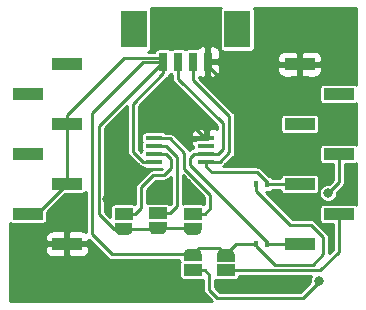
<source format=gbr>
G04 #@! TF.GenerationSoftware,KiCad,Pcbnew,(5.1.2)-2*
G04 #@! TF.CreationDate,2021-11-10T11:28:23-03:00*
G04 #@! TF.ProjectId,MAG_Plus,4d41475f-506c-4757-932e-6b696361645f,rev?*
G04 #@! TF.SameCoordinates,Original*
G04 #@! TF.FileFunction,Copper,L1,Top*
G04 #@! TF.FilePolarity,Positive*
%FSLAX46Y46*%
G04 Gerber Fmt 4.6, Leading zero omitted, Abs format (unit mm)*
G04 Created by KiCad (PCBNEW (5.1.2)-2) date 2021-11-10 11:28:23*
%MOMM*%
%LPD*%
G04 APERTURE LIST*
%ADD10R,2.510000X1.000000*%
%ADD11R,0.800000X1.500000*%
%ADD12R,2.200000X3.100000*%
%ADD13C,0.500000*%
%ADD14C,0.100000*%
%ADD15R,1.500000X1.000000*%
%ADD16R,0.400000X0.600000*%
%ADD17R,1.450000X0.450000*%
%ADD18C,0.800000*%
%ADD19C,0.250000*%
%ADD20C,0.254000*%
G04 APERTURE END LIST*
D10*
X172745000Y-172280000D03*
X172745000Y-177360000D03*
X172745000Y-182440000D03*
X172745000Y-187520000D03*
X176055000Y-174820000D03*
X176055000Y-179900000D03*
X176055000Y-184980000D03*
D11*
X164975000Y-172075000D03*
X163725000Y-172075000D03*
X162475000Y-172075000D03*
X161225000Y-172075000D03*
D12*
X167475000Y-169325000D03*
X158725000Y-169325000D03*
D10*
X149745000Y-174800000D03*
X149745000Y-179880000D03*
X149745000Y-184960000D03*
X153055000Y-172260000D03*
X153055000Y-177340000D03*
X153055000Y-182420000D03*
X153055000Y-187500000D03*
D13*
X163700000Y-188400000D03*
D14*
G36*
X162950000Y-188950000D02*
G01*
X162950000Y-188400000D01*
X162950602Y-188400000D01*
X162950602Y-188375466D01*
X162955412Y-188326635D01*
X162964984Y-188278510D01*
X162979228Y-188231555D01*
X162998005Y-188186222D01*
X163021136Y-188142949D01*
X163048396Y-188102150D01*
X163079524Y-188064221D01*
X163114221Y-188029524D01*
X163152150Y-187998396D01*
X163192949Y-187971136D01*
X163236222Y-187948005D01*
X163281555Y-187929228D01*
X163328510Y-187914984D01*
X163376635Y-187905412D01*
X163425466Y-187900602D01*
X163450000Y-187900602D01*
X163450000Y-187900000D01*
X163950000Y-187900000D01*
X163950000Y-187900602D01*
X163974534Y-187900602D01*
X164023365Y-187905412D01*
X164071490Y-187914984D01*
X164118445Y-187929228D01*
X164163778Y-187948005D01*
X164207051Y-187971136D01*
X164247850Y-187998396D01*
X164285779Y-188029524D01*
X164320476Y-188064221D01*
X164351604Y-188102150D01*
X164378864Y-188142949D01*
X164401995Y-188186222D01*
X164420772Y-188231555D01*
X164435016Y-188278510D01*
X164444588Y-188326635D01*
X164449398Y-188375466D01*
X164449398Y-188400000D01*
X164450000Y-188400000D01*
X164450000Y-188950000D01*
X162950000Y-188950000D01*
X162950000Y-188950000D01*
G37*
D13*
X163700000Y-191000000D03*
D14*
G36*
X164449398Y-191000000D02*
G01*
X164449398Y-191024534D01*
X164444588Y-191073365D01*
X164435016Y-191121490D01*
X164420772Y-191168445D01*
X164401995Y-191213778D01*
X164378864Y-191257051D01*
X164351604Y-191297850D01*
X164320476Y-191335779D01*
X164285779Y-191370476D01*
X164247850Y-191401604D01*
X164207051Y-191428864D01*
X164163778Y-191451995D01*
X164118445Y-191470772D01*
X164071490Y-191485016D01*
X164023365Y-191494588D01*
X163974534Y-191499398D01*
X163950000Y-191499398D01*
X163950000Y-191500000D01*
X163450000Y-191500000D01*
X163450000Y-191499398D01*
X163425466Y-191499398D01*
X163376635Y-191494588D01*
X163328510Y-191485016D01*
X163281555Y-191470772D01*
X163236222Y-191451995D01*
X163192949Y-191428864D01*
X163152150Y-191401604D01*
X163114221Y-191370476D01*
X163079524Y-191335779D01*
X163048396Y-191297850D01*
X163021136Y-191257051D01*
X162998005Y-191213778D01*
X162979228Y-191168445D01*
X162964984Y-191121490D01*
X162955412Y-191073365D01*
X162950602Y-191024534D01*
X162950602Y-191000000D01*
X162950000Y-191000000D01*
X162950000Y-190450000D01*
X164450000Y-190450000D01*
X164450000Y-191000000D01*
X164449398Y-191000000D01*
X164449398Y-191000000D01*
G37*
D15*
X163700000Y-189700000D03*
X166500000Y-189750000D03*
D13*
X166500000Y-191050000D03*
D14*
G36*
X167249398Y-191050000D02*
G01*
X167249398Y-191074534D01*
X167244588Y-191123365D01*
X167235016Y-191171490D01*
X167220772Y-191218445D01*
X167201995Y-191263778D01*
X167178864Y-191307051D01*
X167151604Y-191347850D01*
X167120476Y-191385779D01*
X167085779Y-191420476D01*
X167047850Y-191451604D01*
X167007051Y-191478864D01*
X166963778Y-191501995D01*
X166918445Y-191520772D01*
X166871490Y-191535016D01*
X166823365Y-191544588D01*
X166774534Y-191549398D01*
X166750000Y-191549398D01*
X166750000Y-191550000D01*
X166250000Y-191550000D01*
X166250000Y-191549398D01*
X166225466Y-191549398D01*
X166176635Y-191544588D01*
X166128510Y-191535016D01*
X166081555Y-191520772D01*
X166036222Y-191501995D01*
X165992949Y-191478864D01*
X165952150Y-191451604D01*
X165914221Y-191420476D01*
X165879524Y-191385779D01*
X165848396Y-191347850D01*
X165821136Y-191307051D01*
X165798005Y-191263778D01*
X165779228Y-191218445D01*
X165764984Y-191171490D01*
X165755412Y-191123365D01*
X165750602Y-191074534D01*
X165750602Y-191050000D01*
X165750000Y-191050000D01*
X165750000Y-190500000D01*
X167250000Y-190500000D01*
X167250000Y-191050000D01*
X167249398Y-191050000D01*
X167249398Y-191050000D01*
G37*
D13*
X166500000Y-188450000D03*
D14*
G36*
X165750000Y-189000000D02*
G01*
X165750000Y-188450000D01*
X165750602Y-188450000D01*
X165750602Y-188425466D01*
X165755412Y-188376635D01*
X165764984Y-188328510D01*
X165779228Y-188281555D01*
X165798005Y-188236222D01*
X165821136Y-188192949D01*
X165848396Y-188152150D01*
X165879524Y-188114221D01*
X165914221Y-188079524D01*
X165952150Y-188048396D01*
X165992949Y-188021136D01*
X166036222Y-187998005D01*
X166081555Y-187979228D01*
X166128510Y-187964984D01*
X166176635Y-187955412D01*
X166225466Y-187950602D01*
X166250000Y-187950602D01*
X166250000Y-187950000D01*
X166750000Y-187950000D01*
X166750000Y-187950602D01*
X166774534Y-187950602D01*
X166823365Y-187955412D01*
X166871490Y-187964984D01*
X166918445Y-187979228D01*
X166963778Y-187998005D01*
X167007051Y-188021136D01*
X167047850Y-188048396D01*
X167085779Y-188079524D01*
X167120476Y-188114221D01*
X167151604Y-188152150D01*
X167178864Y-188192949D01*
X167201995Y-188236222D01*
X167220772Y-188281555D01*
X167235016Y-188328510D01*
X167244588Y-188376635D01*
X167249398Y-188425466D01*
X167249398Y-188450000D01*
X167250000Y-188450000D01*
X167250000Y-189000000D01*
X165750000Y-189000000D01*
X165750000Y-189000000D01*
G37*
D16*
X169950000Y-187530000D03*
X169050000Y-187530000D03*
X169050000Y-182440000D03*
X169950000Y-182440000D03*
D13*
X157850000Y-186250000D03*
D14*
G36*
X158600000Y-185700000D02*
G01*
X158600000Y-186250000D01*
X158599398Y-186250000D01*
X158599398Y-186274534D01*
X158594588Y-186323365D01*
X158585016Y-186371490D01*
X158570772Y-186418445D01*
X158551995Y-186463778D01*
X158528864Y-186507051D01*
X158501604Y-186547850D01*
X158470476Y-186585779D01*
X158435779Y-186620476D01*
X158397850Y-186651604D01*
X158357051Y-186678864D01*
X158313778Y-186701995D01*
X158268445Y-186720772D01*
X158221490Y-186735016D01*
X158173365Y-186744588D01*
X158124534Y-186749398D01*
X158100000Y-186749398D01*
X158100000Y-186750000D01*
X157600000Y-186750000D01*
X157600000Y-186749398D01*
X157575466Y-186749398D01*
X157526635Y-186744588D01*
X157478510Y-186735016D01*
X157431555Y-186720772D01*
X157386222Y-186701995D01*
X157342949Y-186678864D01*
X157302150Y-186651604D01*
X157264221Y-186620476D01*
X157229524Y-186585779D01*
X157198396Y-186547850D01*
X157171136Y-186507051D01*
X157148005Y-186463778D01*
X157129228Y-186418445D01*
X157114984Y-186371490D01*
X157105412Y-186323365D01*
X157100602Y-186274534D01*
X157100602Y-186250000D01*
X157100000Y-186250000D01*
X157100000Y-185700000D01*
X158600000Y-185700000D01*
X158600000Y-185700000D01*
G37*
D13*
X157850000Y-183650000D03*
D14*
G36*
X157100602Y-183650000D02*
G01*
X157100602Y-183625466D01*
X157105412Y-183576635D01*
X157114984Y-183528510D01*
X157129228Y-183481555D01*
X157148005Y-183436222D01*
X157171136Y-183392949D01*
X157198396Y-183352150D01*
X157229524Y-183314221D01*
X157264221Y-183279524D01*
X157302150Y-183248396D01*
X157342949Y-183221136D01*
X157386222Y-183198005D01*
X157431555Y-183179228D01*
X157478510Y-183164984D01*
X157526635Y-183155412D01*
X157575466Y-183150602D01*
X157600000Y-183150602D01*
X157600000Y-183150000D01*
X158100000Y-183150000D01*
X158100000Y-183150602D01*
X158124534Y-183150602D01*
X158173365Y-183155412D01*
X158221490Y-183164984D01*
X158268445Y-183179228D01*
X158313778Y-183198005D01*
X158357051Y-183221136D01*
X158397850Y-183248396D01*
X158435779Y-183279524D01*
X158470476Y-183314221D01*
X158501604Y-183352150D01*
X158528864Y-183392949D01*
X158551995Y-183436222D01*
X158570772Y-183481555D01*
X158585016Y-183528510D01*
X158594588Y-183576635D01*
X158599398Y-183625466D01*
X158599398Y-183650000D01*
X158600000Y-183650000D01*
X158600000Y-184200000D01*
X157100000Y-184200000D01*
X157100000Y-183650000D01*
X157100602Y-183650000D01*
X157100602Y-183650000D01*
G37*
D15*
X157850000Y-184950000D03*
X163700000Y-184950000D03*
D13*
X163700000Y-183650000D03*
D14*
G36*
X162950602Y-183650000D02*
G01*
X162950602Y-183625466D01*
X162955412Y-183576635D01*
X162964984Y-183528510D01*
X162979228Y-183481555D01*
X162998005Y-183436222D01*
X163021136Y-183392949D01*
X163048396Y-183352150D01*
X163079524Y-183314221D01*
X163114221Y-183279524D01*
X163152150Y-183248396D01*
X163192949Y-183221136D01*
X163236222Y-183198005D01*
X163281555Y-183179228D01*
X163328510Y-183164984D01*
X163376635Y-183155412D01*
X163425466Y-183150602D01*
X163450000Y-183150602D01*
X163450000Y-183150000D01*
X163950000Y-183150000D01*
X163950000Y-183150602D01*
X163974534Y-183150602D01*
X164023365Y-183155412D01*
X164071490Y-183164984D01*
X164118445Y-183179228D01*
X164163778Y-183198005D01*
X164207051Y-183221136D01*
X164247850Y-183248396D01*
X164285779Y-183279524D01*
X164320476Y-183314221D01*
X164351604Y-183352150D01*
X164378864Y-183392949D01*
X164401995Y-183436222D01*
X164420772Y-183481555D01*
X164435016Y-183528510D01*
X164444588Y-183576635D01*
X164449398Y-183625466D01*
X164449398Y-183650000D01*
X164450000Y-183650000D01*
X164450000Y-184200000D01*
X162950000Y-184200000D01*
X162950000Y-183650000D01*
X162950602Y-183650000D01*
X162950602Y-183650000D01*
G37*
D13*
X163700000Y-186250000D03*
D14*
G36*
X164450000Y-185700000D02*
G01*
X164450000Y-186250000D01*
X164449398Y-186250000D01*
X164449398Y-186274534D01*
X164444588Y-186323365D01*
X164435016Y-186371490D01*
X164420772Y-186418445D01*
X164401995Y-186463778D01*
X164378864Y-186507051D01*
X164351604Y-186547850D01*
X164320476Y-186585779D01*
X164285779Y-186620476D01*
X164247850Y-186651604D01*
X164207051Y-186678864D01*
X164163778Y-186701995D01*
X164118445Y-186720772D01*
X164071490Y-186735016D01*
X164023365Y-186744588D01*
X163974534Y-186749398D01*
X163950000Y-186749398D01*
X163950000Y-186750000D01*
X163450000Y-186750000D01*
X163450000Y-186749398D01*
X163425466Y-186749398D01*
X163376635Y-186744588D01*
X163328510Y-186735016D01*
X163281555Y-186720772D01*
X163236222Y-186701995D01*
X163192949Y-186678864D01*
X163152150Y-186651604D01*
X163114221Y-186620476D01*
X163079524Y-186585779D01*
X163048396Y-186547850D01*
X163021136Y-186507051D01*
X162998005Y-186463778D01*
X162979228Y-186418445D01*
X162964984Y-186371490D01*
X162955412Y-186323365D01*
X162950602Y-186274534D01*
X162950602Y-186250000D01*
X162950000Y-186250000D01*
X162950000Y-185700000D01*
X164450000Y-185700000D01*
X164450000Y-185700000D01*
G37*
D13*
X160750000Y-186200000D03*
D14*
G36*
X161500000Y-185650000D02*
G01*
X161500000Y-186200000D01*
X161499398Y-186200000D01*
X161499398Y-186224534D01*
X161494588Y-186273365D01*
X161485016Y-186321490D01*
X161470772Y-186368445D01*
X161451995Y-186413778D01*
X161428864Y-186457051D01*
X161401604Y-186497850D01*
X161370476Y-186535779D01*
X161335779Y-186570476D01*
X161297850Y-186601604D01*
X161257051Y-186628864D01*
X161213778Y-186651995D01*
X161168445Y-186670772D01*
X161121490Y-186685016D01*
X161073365Y-186694588D01*
X161024534Y-186699398D01*
X161000000Y-186699398D01*
X161000000Y-186700000D01*
X160500000Y-186700000D01*
X160500000Y-186699398D01*
X160475466Y-186699398D01*
X160426635Y-186694588D01*
X160378510Y-186685016D01*
X160331555Y-186670772D01*
X160286222Y-186651995D01*
X160242949Y-186628864D01*
X160202150Y-186601604D01*
X160164221Y-186570476D01*
X160129524Y-186535779D01*
X160098396Y-186497850D01*
X160071136Y-186457051D01*
X160048005Y-186413778D01*
X160029228Y-186368445D01*
X160014984Y-186321490D01*
X160005412Y-186273365D01*
X160000602Y-186224534D01*
X160000602Y-186200000D01*
X160000000Y-186200000D01*
X160000000Y-185650000D01*
X161500000Y-185650000D01*
X161500000Y-185650000D01*
G37*
D13*
X160750000Y-183600000D03*
D14*
G36*
X160000602Y-183600000D02*
G01*
X160000602Y-183575466D01*
X160005412Y-183526635D01*
X160014984Y-183478510D01*
X160029228Y-183431555D01*
X160048005Y-183386222D01*
X160071136Y-183342949D01*
X160098396Y-183302150D01*
X160129524Y-183264221D01*
X160164221Y-183229524D01*
X160202150Y-183198396D01*
X160242949Y-183171136D01*
X160286222Y-183148005D01*
X160331555Y-183129228D01*
X160378510Y-183114984D01*
X160426635Y-183105412D01*
X160475466Y-183100602D01*
X160500000Y-183100602D01*
X160500000Y-183100000D01*
X161000000Y-183100000D01*
X161000000Y-183100602D01*
X161024534Y-183100602D01*
X161073365Y-183105412D01*
X161121490Y-183114984D01*
X161168445Y-183129228D01*
X161213778Y-183148005D01*
X161257051Y-183171136D01*
X161297850Y-183198396D01*
X161335779Y-183229524D01*
X161370476Y-183264221D01*
X161401604Y-183302150D01*
X161428864Y-183342949D01*
X161451995Y-183386222D01*
X161470772Y-183431555D01*
X161485016Y-183478510D01*
X161494588Y-183526635D01*
X161499398Y-183575466D01*
X161499398Y-183600000D01*
X161500000Y-183600000D01*
X161500000Y-184150000D01*
X160000000Y-184150000D01*
X160000000Y-183600000D01*
X160000602Y-183600000D01*
X160000602Y-183600000D01*
G37*
D15*
X160750000Y-184900000D03*
D17*
X164860000Y-180530000D03*
X164860000Y-179880000D03*
X164860000Y-179230000D03*
X164860000Y-178580000D03*
X160460000Y-178580000D03*
X160460000Y-179230000D03*
X160460000Y-179880000D03*
X160460000Y-180530000D03*
D18*
X160750000Y-182500000D03*
X158500000Y-182000000D03*
X163187347Y-182362653D03*
X161625000Y-182320484D03*
X157650000Y-177550000D03*
X163000000Y-176750000D03*
X166600000Y-174500000D03*
X164937347Y-177012653D03*
X168900000Y-191200000D03*
X160800000Y-191800000D03*
X156475000Y-183700000D03*
X153800000Y-184950000D03*
X175150000Y-183200000D03*
X174400000Y-190650000D03*
D19*
X169960000Y-187520000D02*
X169950000Y-187530000D01*
X172745000Y-187520000D02*
X169960000Y-187520000D01*
X162475000Y-173525000D02*
X162475000Y-172075000D01*
X166250000Y-177300000D02*
X162475000Y-173525000D01*
X166250000Y-179465000D02*
X166250000Y-177300000D01*
X164860000Y-179880000D02*
X165835000Y-179880000D01*
X165835000Y-179880000D02*
X166250000Y-179465000D01*
X163770000Y-179880000D02*
X164860000Y-179880000D01*
X163450000Y-180200000D02*
X163770000Y-179880000D01*
X163450000Y-180850000D02*
X163450000Y-180200000D01*
X169950000Y-187530000D02*
X169950000Y-187350000D01*
X169950000Y-187350000D02*
X163450000Y-180850000D01*
X171240000Y-182440000D02*
X169950000Y-182440000D01*
X172745000Y-182440000D02*
X171240000Y-182440000D01*
X166020000Y-180530000D02*
X164860000Y-180530000D01*
X166800000Y-179750000D02*
X166020000Y-180530000D01*
X166800000Y-176700000D02*
X166800000Y-179750000D01*
X163725000Y-172075000D02*
X163725000Y-173625000D01*
X163725000Y-173625000D02*
X166800000Y-176700000D01*
X169950000Y-182340000D02*
X169950000Y-182440000D01*
X169950000Y-182250000D02*
X169950000Y-182340000D01*
X169150000Y-181450000D02*
X169950000Y-182250000D01*
X165305000Y-181450000D02*
X169150000Y-181450000D01*
X164860000Y-180530000D02*
X164860000Y-181005000D01*
X164860000Y-181005000D02*
X165305000Y-181450000D01*
X160750000Y-183600000D02*
X160750000Y-182500000D01*
X158100001Y-182399999D02*
X158500000Y-182000000D01*
X157850000Y-182650000D02*
X158100001Y-182399999D01*
X157850000Y-183650000D02*
X157850000Y-182650000D01*
X163700000Y-183650000D02*
X163700000Y-182875306D01*
X163700000Y-182875306D02*
X163187347Y-182362653D01*
X161625000Y-182725000D02*
X160750000Y-183600000D01*
X161625000Y-182320484D02*
X161625000Y-182725000D01*
X157850000Y-183650000D02*
X156900000Y-182700000D01*
X156900000Y-182700000D02*
X156900000Y-178300000D01*
X156900000Y-178300000D02*
X157650000Y-177550000D01*
X166600000Y-174050000D02*
X166600000Y-174500000D01*
X164975000Y-172075000D02*
X164975000Y-172425000D01*
X164975000Y-172425000D02*
X166600000Y-174050000D01*
X164937347Y-178502653D02*
X164860000Y-178580000D01*
X164937347Y-177012653D02*
X164937347Y-178502653D01*
X164780000Y-178580000D02*
X164860000Y-178580000D01*
X163000000Y-176750000D02*
X163000000Y-176800000D01*
X163000000Y-176800000D02*
X164780000Y-178580000D01*
X166500000Y-191050000D02*
X168750000Y-191050000D01*
X168750000Y-191050000D02*
X168900000Y-191200000D01*
X162852408Y-191000000D02*
X163700000Y-191000000D01*
X161350000Y-191000000D02*
X162852408Y-191000000D01*
X160800000Y-191800000D02*
X160800000Y-191550000D01*
X160800000Y-191550000D02*
X161350000Y-191000000D01*
X157850000Y-183650000D02*
X156525000Y-183650000D01*
X156525000Y-183650000D02*
X156475000Y-183700000D01*
X153055000Y-185695000D02*
X153055000Y-187500000D01*
X153800000Y-184950000D02*
X153055000Y-185695000D01*
X161225000Y-173075000D02*
X158650000Y-175650000D01*
X161225000Y-172075000D02*
X161225000Y-173075000D01*
X159485000Y-180530000D02*
X160460000Y-180530000D01*
X158650000Y-179695000D02*
X159485000Y-180530000D01*
X158650000Y-175650000D02*
X158650000Y-179695000D01*
X153055000Y-178090000D02*
X153055000Y-182420000D01*
X153055000Y-177340000D02*
X153055000Y-178090000D01*
X153040000Y-182420000D02*
X153055000Y-182420000D01*
X150500000Y-184960000D02*
X153040000Y-182420000D01*
X149745000Y-184960000D02*
X150500000Y-184960000D01*
X160700000Y-186250000D02*
X160750000Y-186200000D01*
X157850000Y-186250000D02*
X160700000Y-186250000D01*
X163650000Y-186200000D02*
X163700000Y-186250000D01*
X160750000Y-186200000D02*
X163650000Y-186200000D01*
X157002408Y-186250000D02*
X157850000Y-186250000D01*
X155750000Y-184997592D02*
X157002408Y-186250000D01*
X155750000Y-177500000D02*
X155750000Y-184997592D01*
X161225000Y-172075000D02*
X161175000Y-172075000D01*
X161175000Y-172075000D02*
X155750000Y-177500000D01*
X153055000Y-176590000D02*
X153055000Y-177340000D01*
X157895000Y-171750000D02*
X153055000Y-176590000D01*
X161225000Y-172075000D02*
X160900000Y-171750000D01*
X160900000Y-171750000D02*
X157895000Y-171750000D01*
X167370000Y-187530000D02*
X166600000Y-188300000D01*
X169050000Y-187530000D02*
X167370000Y-187530000D01*
X170650000Y-189250000D02*
X169050000Y-187650000D01*
X173900000Y-189250000D02*
X170650000Y-189250000D01*
X169050000Y-182440000D02*
X169050000Y-182990000D01*
X169050000Y-187650000D02*
X169050000Y-187530000D01*
X171960000Y-185900000D02*
X173700000Y-185900000D01*
X173700000Y-185900000D02*
X174750000Y-186950000D01*
X174750000Y-186950000D02*
X174750000Y-188400000D01*
X169050000Y-182990000D02*
X171960000Y-185900000D01*
X174750000Y-188400000D02*
X173900000Y-189250000D01*
X165975226Y-187925226D02*
X166500000Y-188450000D01*
X165925226Y-187875226D02*
X165975226Y-187925226D01*
X164224774Y-187875226D02*
X165925226Y-187875226D01*
X163700000Y-188400000D02*
X164224774Y-187875226D01*
X156850000Y-188400000D02*
X163700000Y-188400000D01*
X155150000Y-186700000D02*
X156850000Y-188400000D01*
X155150000Y-176400000D02*
X155150000Y-186700000D01*
X161225000Y-172075000D02*
X159475000Y-172075000D01*
X159475000Y-172075000D02*
X155150000Y-176400000D01*
X176055000Y-180055000D02*
X176055000Y-179900000D01*
X176055000Y-179900000D02*
X176055000Y-182295000D01*
X176055000Y-182295000D02*
X175150000Y-183200000D01*
X164700000Y-189700000D02*
X163700000Y-189700000D01*
X174400000Y-190700000D02*
X173000000Y-192100000D01*
X174400000Y-190650000D02*
X174400000Y-190700000D01*
X173000000Y-192100000D02*
X165800000Y-192100000D01*
X165800000Y-192100000D02*
X165100000Y-191400000D01*
X165100000Y-191400000D02*
X165100000Y-190100000D01*
X165100000Y-190100000D02*
X164700000Y-189700000D01*
X176055000Y-185730000D02*
X176055000Y-184980000D01*
X176055000Y-188195000D02*
X176055000Y-185730000D01*
X166500000Y-189750000D02*
X174500000Y-189750000D01*
X174500000Y-189750000D02*
X176055000Y-188195000D01*
X158850000Y-184950000D02*
X157850000Y-184950000D01*
X159350000Y-184450000D02*
X158850000Y-184950000D01*
X159350000Y-182700000D02*
X159350000Y-184450000D01*
X161435000Y-179880000D02*
X161850000Y-180295000D01*
X160460000Y-179880000D02*
X161435000Y-179880000D01*
X161850000Y-180295000D02*
X161850000Y-181100000D01*
X161850000Y-181100000D02*
X161250000Y-181700000D01*
X161250000Y-181700000D02*
X160350000Y-181700000D01*
X160350000Y-181700000D02*
X159350000Y-182700000D01*
X161780000Y-178580000D02*
X162999990Y-179799990D01*
X162999990Y-179799990D02*
X162999990Y-181149990D01*
X164700000Y-184950000D02*
X163700000Y-184950000D01*
X162999990Y-181149990D02*
X165200000Y-183350000D01*
X160460000Y-178580000D02*
X161780000Y-178580000D01*
X165200000Y-183350000D02*
X165200000Y-184450000D01*
X165200000Y-184450000D02*
X164700000Y-184950000D01*
X161750000Y-184900000D02*
X160750000Y-184900000D01*
X162350000Y-184300000D02*
X161750000Y-184900000D01*
X162350000Y-180158590D02*
X162350000Y-184300000D01*
X160460000Y-179230000D02*
X161421410Y-179230000D01*
X161421410Y-179230000D02*
X162350000Y-180158590D01*
D20*
G36*
X154648001Y-186460647D02*
G01*
X154554180Y-186410498D01*
X154434482Y-186374188D01*
X154310000Y-186361928D01*
X153340750Y-186365000D01*
X153182000Y-186523750D01*
X153182000Y-187373000D01*
X154786250Y-187373000D01*
X154945000Y-187214250D01*
X154945132Y-187205066D01*
X156477603Y-188737538D01*
X156493316Y-188756684D01*
X156569755Y-188819417D01*
X156656964Y-188866031D01*
X156751591Y-188894736D01*
X156825347Y-188902000D01*
X156825356Y-188902000D01*
X156849999Y-188904427D01*
X156874642Y-188902000D01*
X162571176Y-188902000D01*
X162571176Y-188950000D01*
X162578455Y-189023905D01*
X162593954Y-189075000D01*
X162578455Y-189126095D01*
X162571176Y-189200000D01*
X162571176Y-190200000D01*
X162578455Y-190273905D01*
X162600012Y-190344970D01*
X162635019Y-190410463D01*
X162682131Y-190467869D01*
X162739537Y-190514981D01*
X162805030Y-190549988D01*
X162876095Y-190571545D01*
X162950000Y-190578824D01*
X164450000Y-190578824D01*
X164523905Y-190571545D01*
X164594970Y-190549988D01*
X164598001Y-190548368D01*
X164598000Y-191375357D01*
X164595573Y-191400000D01*
X164598000Y-191424643D01*
X164598000Y-191424652D01*
X164605264Y-191498408D01*
X164633969Y-191593035D01*
X164680583Y-191680245D01*
X164743316Y-191756684D01*
X164762467Y-191772401D01*
X165338065Y-192348000D01*
X148252000Y-192348000D01*
X148252000Y-188000000D01*
X151161928Y-188000000D01*
X151174188Y-188124482D01*
X151210498Y-188244180D01*
X151269463Y-188354494D01*
X151348815Y-188451185D01*
X151445506Y-188530537D01*
X151555820Y-188589502D01*
X151675518Y-188625812D01*
X151800000Y-188638072D01*
X152769250Y-188635000D01*
X152928000Y-188476250D01*
X152928000Y-187627000D01*
X153182000Y-187627000D01*
X153182000Y-188476250D01*
X153340750Y-188635000D01*
X154310000Y-188638072D01*
X154434482Y-188625812D01*
X154554180Y-188589502D01*
X154664494Y-188530537D01*
X154761185Y-188451185D01*
X154840537Y-188354494D01*
X154899502Y-188244180D01*
X154935812Y-188124482D01*
X154948072Y-188000000D01*
X154945000Y-187785750D01*
X154786250Y-187627000D01*
X153182000Y-187627000D01*
X152928000Y-187627000D01*
X151323750Y-187627000D01*
X151165000Y-187785750D01*
X151161928Y-188000000D01*
X148252000Y-188000000D01*
X148252000Y-187000000D01*
X151161928Y-187000000D01*
X151165000Y-187214250D01*
X151323750Y-187373000D01*
X152928000Y-187373000D01*
X152928000Y-186523750D01*
X152769250Y-186365000D01*
X151800000Y-186361928D01*
X151675518Y-186374188D01*
X151555820Y-186410498D01*
X151445506Y-186469463D01*
X151348815Y-186548815D01*
X151269463Y-186645506D01*
X151210498Y-186755820D01*
X151174188Y-186875518D01*
X151161928Y-187000000D01*
X148252000Y-187000000D01*
X148252000Y-185752382D01*
X148279537Y-185774981D01*
X148345030Y-185809988D01*
X148416095Y-185831545D01*
X148490000Y-185838824D01*
X151000000Y-185838824D01*
X151073905Y-185831545D01*
X151144970Y-185809988D01*
X151210463Y-185774981D01*
X151267869Y-185727869D01*
X151314981Y-185670463D01*
X151349988Y-185604970D01*
X151371545Y-185533905D01*
X151378824Y-185460000D01*
X151378824Y-184791110D01*
X152871111Y-183298824D01*
X154310000Y-183298824D01*
X154383905Y-183291545D01*
X154454970Y-183269988D01*
X154520463Y-183234981D01*
X154577869Y-183187869D01*
X154624981Y-183130463D01*
X154648001Y-183087397D01*
X154648001Y-186460647D01*
X154648001Y-186460647D01*
G37*
X154648001Y-186460647D02*
X154554180Y-186410498D01*
X154434482Y-186374188D01*
X154310000Y-186361928D01*
X153340750Y-186365000D01*
X153182000Y-186523750D01*
X153182000Y-187373000D01*
X154786250Y-187373000D01*
X154945000Y-187214250D01*
X154945132Y-187205066D01*
X156477603Y-188737538D01*
X156493316Y-188756684D01*
X156569755Y-188819417D01*
X156656964Y-188866031D01*
X156751591Y-188894736D01*
X156825347Y-188902000D01*
X156825356Y-188902000D01*
X156849999Y-188904427D01*
X156874642Y-188902000D01*
X162571176Y-188902000D01*
X162571176Y-188950000D01*
X162578455Y-189023905D01*
X162593954Y-189075000D01*
X162578455Y-189126095D01*
X162571176Y-189200000D01*
X162571176Y-190200000D01*
X162578455Y-190273905D01*
X162600012Y-190344970D01*
X162635019Y-190410463D01*
X162682131Y-190467869D01*
X162739537Y-190514981D01*
X162805030Y-190549988D01*
X162876095Y-190571545D01*
X162950000Y-190578824D01*
X164450000Y-190578824D01*
X164523905Y-190571545D01*
X164594970Y-190549988D01*
X164598001Y-190548368D01*
X164598000Y-191375357D01*
X164595573Y-191400000D01*
X164598000Y-191424643D01*
X164598000Y-191424652D01*
X164605264Y-191498408D01*
X164633969Y-191593035D01*
X164680583Y-191680245D01*
X164743316Y-191756684D01*
X164762467Y-191772401D01*
X165338065Y-192348000D01*
X148252000Y-192348000D01*
X148252000Y-188000000D01*
X151161928Y-188000000D01*
X151174188Y-188124482D01*
X151210498Y-188244180D01*
X151269463Y-188354494D01*
X151348815Y-188451185D01*
X151445506Y-188530537D01*
X151555820Y-188589502D01*
X151675518Y-188625812D01*
X151800000Y-188638072D01*
X152769250Y-188635000D01*
X152928000Y-188476250D01*
X152928000Y-187627000D01*
X153182000Y-187627000D01*
X153182000Y-188476250D01*
X153340750Y-188635000D01*
X154310000Y-188638072D01*
X154434482Y-188625812D01*
X154554180Y-188589502D01*
X154664494Y-188530537D01*
X154761185Y-188451185D01*
X154840537Y-188354494D01*
X154899502Y-188244180D01*
X154935812Y-188124482D01*
X154948072Y-188000000D01*
X154945000Y-187785750D01*
X154786250Y-187627000D01*
X153182000Y-187627000D01*
X152928000Y-187627000D01*
X151323750Y-187627000D01*
X151165000Y-187785750D01*
X151161928Y-188000000D01*
X148252000Y-188000000D01*
X148252000Y-187000000D01*
X151161928Y-187000000D01*
X151165000Y-187214250D01*
X151323750Y-187373000D01*
X152928000Y-187373000D01*
X152928000Y-186523750D01*
X152769250Y-186365000D01*
X151800000Y-186361928D01*
X151675518Y-186374188D01*
X151555820Y-186410498D01*
X151445506Y-186469463D01*
X151348815Y-186548815D01*
X151269463Y-186645506D01*
X151210498Y-186755820D01*
X151174188Y-186875518D01*
X151161928Y-187000000D01*
X148252000Y-187000000D01*
X148252000Y-185752382D01*
X148279537Y-185774981D01*
X148345030Y-185809988D01*
X148416095Y-185831545D01*
X148490000Y-185838824D01*
X151000000Y-185838824D01*
X151073905Y-185831545D01*
X151144970Y-185809988D01*
X151210463Y-185774981D01*
X151267869Y-185727869D01*
X151314981Y-185670463D01*
X151349988Y-185604970D01*
X151371545Y-185533905D01*
X151378824Y-185460000D01*
X151378824Y-184791110D01*
X152871111Y-183298824D01*
X154310000Y-183298824D01*
X154383905Y-183291545D01*
X154454970Y-183269988D01*
X154520463Y-183234981D01*
X154577869Y-183187869D01*
X154624981Y-183130463D01*
X154648001Y-183087397D01*
X154648001Y-186460647D01*
G36*
X173711431Y-190281952D02*
G01*
X173652859Y-190423357D01*
X173623000Y-190573472D01*
X173623000Y-190726528D01*
X173629725Y-190760340D01*
X172792066Y-191598000D01*
X166007935Y-191598000D01*
X165602000Y-191192066D01*
X165602000Y-190598368D01*
X165605030Y-190599988D01*
X165676095Y-190621545D01*
X165750000Y-190628824D01*
X167250000Y-190628824D01*
X167323905Y-190621545D01*
X167394970Y-190599988D01*
X167460463Y-190564981D01*
X167517869Y-190517869D01*
X167564981Y-190460463D01*
X167599988Y-190394970D01*
X167621545Y-190323905D01*
X167628627Y-190252000D01*
X173731444Y-190252000D01*
X173711431Y-190281952D01*
X173711431Y-190281952D01*
G37*
X173711431Y-190281952D02*
X173652859Y-190423357D01*
X173623000Y-190573472D01*
X173623000Y-190726528D01*
X173629725Y-190760340D01*
X172792066Y-191598000D01*
X166007935Y-191598000D01*
X165602000Y-191192066D01*
X165602000Y-190598368D01*
X165605030Y-190599988D01*
X165676095Y-190621545D01*
X165750000Y-190628824D01*
X167250000Y-190628824D01*
X167323905Y-190621545D01*
X167394970Y-190599988D01*
X167460463Y-190564981D01*
X167517869Y-190517869D01*
X167564981Y-190460463D01*
X167599988Y-190394970D01*
X167621545Y-190323905D01*
X167628627Y-190252000D01*
X173731444Y-190252000D01*
X173711431Y-190281952D01*
G36*
X166060019Y-167564537D02*
G01*
X166025012Y-167630030D01*
X166003455Y-167701095D01*
X165996176Y-167775000D01*
X165996176Y-170875000D01*
X166003455Y-170948905D01*
X166025012Y-171019970D01*
X166060019Y-171085463D01*
X166107131Y-171142869D01*
X166164537Y-171189981D01*
X166230030Y-171224988D01*
X166301095Y-171246545D01*
X166375000Y-171253824D01*
X168575000Y-171253824D01*
X168648905Y-171246545D01*
X168719970Y-171224988D01*
X168785463Y-171189981D01*
X168842869Y-171142869D01*
X168889981Y-171085463D01*
X168924988Y-171019970D01*
X168946545Y-170948905D01*
X168953824Y-170875000D01*
X168953824Y-167775000D01*
X168946545Y-167701095D01*
X168924988Y-167630030D01*
X168889981Y-167564537D01*
X168879692Y-167552000D01*
X177548001Y-167552000D01*
X177548001Y-174027619D01*
X177520463Y-174005019D01*
X177454970Y-173970012D01*
X177383905Y-173948455D01*
X177310000Y-173941176D01*
X174800000Y-173941176D01*
X174726095Y-173948455D01*
X174655030Y-173970012D01*
X174589537Y-174005019D01*
X174532131Y-174052131D01*
X174485019Y-174109537D01*
X174450012Y-174175030D01*
X174428455Y-174246095D01*
X174421176Y-174320000D01*
X174421176Y-175320000D01*
X174428455Y-175393905D01*
X174450012Y-175464970D01*
X174485019Y-175530463D01*
X174532131Y-175587869D01*
X174589537Y-175634981D01*
X174655030Y-175669988D01*
X174726095Y-175691545D01*
X174800000Y-175698824D01*
X177310000Y-175698824D01*
X177383905Y-175691545D01*
X177454970Y-175669988D01*
X177520463Y-175634981D01*
X177548001Y-175612381D01*
X177548001Y-179107619D01*
X177520463Y-179085019D01*
X177454970Y-179050012D01*
X177383905Y-179028455D01*
X177310000Y-179021176D01*
X174800000Y-179021176D01*
X174726095Y-179028455D01*
X174655030Y-179050012D01*
X174589537Y-179085019D01*
X174532131Y-179132131D01*
X174485019Y-179189537D01*
X174450012Y-179255030D01*
X174428455Y-179326095D01*
X174421176Y-179400000D01*
X174421176Y-180400000D01*
X174428455Y-180473905D01*
X174450012Y-180544970D01*
X174485019Y-180610463D01*
X174532131Y-180667869D01*
X174589537Y-180714981D01*
X174655030Y-180749988D01*
X174726095Y-180771545D01*
X174800000Y-180778824D01*
X175553000Y-180778824D01*
X175553001Y-182087064D01*
X175217066Y-182423000D01*
X175073472Y-182423000D01*
X174923357Y-182452859D01*
X174781952Y-182511431D01*
X174654691Y-182596464D01*
X174546464Y-182704691D01*
X174461431Y-182831952D01*
X174402859Y-182973357D01*
X174373000Y-183123472D01*
X174373000Y-183276528D01*
X174402859Y-183426643D01*
X174461431Y-183568048D01*
X174546464Y-183695309D01*
X174654691Y-183803536D01*
X174781952Y-183888569D01*
X174923357Y-183947141D01*
X175073472Y-183977000D01*
X175226528Y-183977000D01*
X175376643Y-183947141D01*
X175518048Y-183888569D01*
X175645309Y-183803536D01*
X175753536Y-183695309D01*
X175838569Y-183568048D01*
X175897141Y-183426643D01*
X175927000Y-183276528D01*
X175927000Y-183132934D01*
X176392538Y-182667397D01*
X176411684Y-182651684D01*
X176443402Y-182613037D01*
X176474416Y-182575246D01*
X176494106Y-182538409D01*
X176521031Y-182488036D01*
X176549736Y-182393409D01*
X176557000Y-182319653D01*
X176557000Y-182319644D01*
X176559427Y-182295001D01*
X176557000Y-182270358D01*
X176557000Y-180778824D01*
X177310000Y-180778824D01*
X177383905Y-180771545D01*
X177454970Y-180749988D01*
X177520463Y-180714981D01*
X177548000Y-180692382D01*
X177548000Y-184187618D01*
X177520463Y-184165019D01*
X177454970Y-184130012D01*
X177383905Y-184108455D01*
X177310000Y-184101176D01*
X174800000Y-184101176D01*
X174726095Y-184108455D01*
X174655030Y-184130012D01*
X174589537Y-184165019D01*
X174532131Y-184212131D01*
X174485019Y-184269537D01*
X174450012Y-184335030D01*
X174428455Y-184406095D01*
X174421176Y-184480000D01*
X174421176Y-185480000D01*
X174428455Y-185553905D01*
X174450012Y-185624970D01*
X174485019Y-185690463D01*
X174532131Y-185747869D01*
X174589537Y-185794981D01*
X174655030Y-185829988D01*
X174726095Y-185851545D01*
X174800000Y-185858824D01*
X175553001Y-185858824D01*
X175553000Y-187987065D01*
X175252000Y-188288065D01*
X175252000Y-186974642D01*
X175254427Y-186949999D01*
X175252000Y-186925356D01*
X175252000Y-186925347D01*
X175244736Y-186851591D01*
X175216031Y-186756964D01*
X175169417Y-186669755D01*
X175106684Y-186593316D01*
X175087538Y-186577603D01*
X174072401Y-185562467D01*
X174056684Y-185543316D01*
X173980245Y-185480583D01*
X173893036Y-185433969D01*
X173798409Y-185405264D01*
X173724653Y-185398000D01*
X173724643Y-185398000D01*
X173700000Y-185395573D01*
X173675357Y-185398000D01*
X172167935Y-185398000D01*
X169888758Y-183118824D01*
X170150000Y-183118824D01*
X170223905Y-183111545D01*
X170294970Y-183089988D01*
X170360463Y-183054981D01*
X170417869Y-183007869D01*
X170464981Y-182950463D01*
X170469505Y-182942000D01*
X171111373Y-182942000D01*
X171118455Y-183013905D01*
X171140012Y-183084970D01*
X171175019Y-183150463D01*
X171222131Y-183207869D01*
X171279537Y-183254981D01*
X171345030Y-183289988D01*
X171416095Y-183311545D01*
X171490000Y-183318824D01*
X174000000Y-183318824D01*
X174073905Y-183311545D01*
X174144970Y-183289988D01*
X174210463Y-183254981D01*
X174267869Y-183207869D01*
X174314981Y-183150463D01*
X174349988Y-183084970D01*
X174371545Y-183013905D01*
X174378824Y-182940000D01*
X174378824Y-181940000D01*
X174371545Y-181866095D01*
X174349988Y-181795030D01*
X174314981Y-181729537D01*
X174267869Y-181672131D01*
X174210463Y-181625019D01*
X174144970Y-181590012D01*
X174073905Y-181568455D01*
X174000000Y-181561176D01*
X171490000Y-181561176D01*
X171416095Y-181568455D01*
X171345030Y-181590012D01*
X171279537Y-181625019D01*
X171222131Y-181672131D01*
X171175019Y-181729537D01*
X171140012Y-181795030D01*
X171118455Y-181866095D01*
X171111373Y-181938000D01*
X170469505Y-181938000D01*
X170464981Y-181929537D01*
X170417869Y-181872131D01*
X170360463Y-181825019D01*
X170294970Y-181790012D01*
X170223905Y-181768455D01*
X170173418Y-181763482D01*
X169522401Y-181112467D01*
X169506684Y-181093316D01*
X169430245Y-181030583D01*
X169343036Y-180983969D01*
X169248409Y-180955264D01*
X169174653Y-180948000D01*
X169174643Y-180948000D01*
X169150000Y-180945573D01*
X169125357Y-180948000D01*
X166301972Y-180948000D01*
X166376684Y-180886684D01*
X166392401Y-180867533D01*
X167137543Y-180122393D01*
X167156684Y-180106684D01*
X167172392Y-180087544D01*
X167172400Y-180087536D01*
X167219417Y-180030246D01*
X167266031Y-179943037D01*
X167294736Y-179848410D01*
X167296172Y-179833824D01*
X167302000Y-179774653D01*
X167302000Y-179774646D01*
X167304427Y-179750000D01*
X167302000Y-179725355D01*
X167302000Y-176860000D01*
X171111176Y-176860000D01*
X171111176Y-177860000D01*
X171118455Y-177933905D01*
X171140012Y-178004970D01*
X171175019Y-178070463D01*
X171222131Y-178127869D01*
X171279537Y-178174981D01*
X171345030Y-178209988D01*
X171416095Y-178231545D01*
X171490000Y-178238824D01*
X174000000Y-178238824D01*
X174073905Y-178231545D01*
X174144970Y-178209988D01*
X174210463Y-178174981D01*
X174267869Y-178127869D01*
X174314981Y-178070463D01*
X174349988Y-178004970D01*
X174371545Y-177933905D01*
X174378824Y-177860000D01*
X174378824Y-176860000D01*
X174371545Y-176786095D01*
X174349988Y-176715030D01*
X174314981Y-176649537D01*
X174267869Y-176592131D01*
X174210463Y-176545019D01*
X174144970Y-176510012D01*
X174073905Y-176488455D01*
X174000000Y-176481176D01*
X171490000Y-176481176D01*
X171416095Y-176488455D01*
X171345030Y-176510012D01*
X171279537Y-176545019D01*
X171222131Y-176592131D01*
X171175019Y-176649537D01*
X171140012Y-176715030D01*
X171118455Y-176786095D01*
X171111176Y-176860000D01*
X167302000Y-176860000D01*
X167302000Y-176724643D01*
X167304427Y-176700000D01*
X167302000Y-176675357D01*
X167302000Y-176675347D01*
X167294736Y-176601591D01*
X167266031Y-176506964D01*
X167241557Y-176461176D01*
X167219417Y-176419754D01*
X167172400Y-176362464D01*
X167172392Y-176362456D01*
X167156684Y-176343316D01*
X167137543Y-176327607D01*
X164227000Y-173417066D01*
X164227000Y-173359008D01*
X164330820Y-173414502D01*
X164450518Y-173450812D01*
X164575000Y-173463072D01*
X164689250Y-173460000D01*
X164848000Y-173301250D01*
X164848000Y-172202000D01*
X165102000Y-172202000D01*
X165102000Y-173301250D01*
X165260750Y-173460000D01*
X165375000Y-173463072D01*
X165499482Y-173450812D01*
X165619180Y-173414502D01*
X165729494Y-173355537D01*
X165826185Y-173276185D01*
X165905537Y-173179494D01*
X165964502Y-173069180D01*
X166000812Y-172949482D01*
X166013072Y-172825000D01*
X166012775Y-172780000D01*
X170851928Y-172780000D01*
X170864188Y-172904482D01*
X170900498Y-173024180D01*
X170959463Y-173134494D01*
X171038815Y-173231185D01*
X171135506Y-173310537D01*
X171245820Y-173369502D01*
X171365518Y-173405812D01*
X171490000Y-173418072D01*
X172459250Y-173415000D01*
X172618000Y-173256250D01*
X172618000Y-172407000D01*
X172872000Y-172407000D01*
X172872000Y-173256250D01*
X173030750Y-173415000D01*
X174000000Y-173418072D01*
X174124482Y-173405812D01*
X174244180Y-173369502D01*
X174354494Y-173310537D01*
X174451185Y-173231185D01*
X174530537Y-173134494D01*
X174589502Y-173024180D01*
X174625812Y-172904482D01*
X174638072Y-172780000D01*
X174635000Y-172565750D01*
X174476250Y-172407000D01*
X172872000Y-172407000D01*
X172618000Y-172407000D01*
X171013750Y-172407000D01*
X170855000Y-172565750D01*
X170851928Y-172780000D01*
X166012775Y-172780000D01*
X166010000Y-172360750D01*
X165851250Y-172202000D01*
X165102000Y-172202000D01*
X164848000Y-172202000D01*
X164828000Y-172202000D01*
X164828000Y-171948000D01*
X164848000Y-171948000D01*
X164848000Y-170848750D01*
X165102000Y-170848750D01*
X165102000Y-171948000D01*
X165851250Y-171948000D01*
X166010000Y-171789250D01*
X166010061Y-171780000D01*
X170851928Y-171780000D01*
X170855000Y-171994250D01*
X171013750Y-172153000D01*
X172618000Y-172153000D01*
X172618000Y-171303750D01*
X172872000Y-171303750D01*
X172872000Y-172153000D01*
X174476250Y-172153000D01*
X174635000Y-171994250D01*
X174638072Y-171780000D01*
X174625812Y-171655518D01*
X174589502Y-171535820D01*
X174530537Y-171425506D01*
X174451185Y-171328815D01*
X174354494Y-171249463D01*
X174244180Y-171190498D01*
X174124482Y-171154188D01*
X174000000Y-171141928D01*
X173030750Y-171145000D01*
X172872000Y-171303750D01*
X172618000Y-171303750D01*
X172459250Y-171145000D01*
X171490000Y-171141928D01*
X171365518Y-171154188D01*
X171245820Y-171190498D01*
X171135506Y-171249463D01*
X171038815Y-171328815D01*
X170959463Y-171425506D01*
X170900498Y-171535820D01*
X170864188Y-171655518D01*
X170851928Y-171780000D01*
X166010061Y-171780000D01*
X166013072Y-171325000D01*
X166000812Y-171200518D01*
X165964502Y-171080820D01*
X165905537Y-170970506D01*
X165826185Y-170873815D01*
X165729494Y-170794463D01*
X165619180Y-170735498D01*
X165499482Y-170699188D01*
X165375000Y-170686928D01*
X165260750Y-170690000D01*
X165102000Y-170848750D01*
X164848000Y-170848750D01*
X164689250Y-170690000D01*
X164575000Y-170686928D01*
X164450518Y-170699188D01*
X164330820Y-170735498D01*
X164220506Y-170794463D01*
X164123815Y-170873815D01*
X164064430Y-170946176D01*
X163325000Y-170946176D01*
X163251095Y-170953455D01*
X163180030Y-170975012D01*
X163114537Y-171010019D01*
X163100000Y-171021949D01*
X163085463Y-171010019D01*
X163019970Y-170975012D01*
X162948905Y-170953455D01*
X162875000Y-170946176D01*
X162075000Y-170946176D01*
X162001095Y-170953455D01*
X161930030Y-170975012D01*
X161864537Y-171010019D01*
X161850000Y-171021949D01*
X161835463Y-171010019D01*
X161769970Y-170975012D01*
X161698905Y-170953455D01*
X161625000Y-170946176D01*
X160825000Y-170946176D01*
X160751095Y-170953455D01*
X160680030Y-170975012D01*
X160614537Y-171010019D01*
X160557131Y-171057131D01*
X160510019Y-171114537D01*
X160475012Y-171180030D01*
X160454394Y-171248000D01*
X159884132Y-171248000D01*
X159898905Y-171246545D01*
X159969970Y-171224988D01*
X160035463Y-171189981D01*
X160092869Y-171142869D01*
X160139981Y-171085463D01*
X160174988Y-171019970D01*
X160196545Y-170948905D01*
X160203824Y-170875000D01*
X160203824Y-167775000D01*
X160196545Y-167701095D01*
X160174988Y-167630030D01*
X160139981Y-167564537D01*
X160129692Y-167552000D01*
X166070308Y-167552000D01*
X166060019Y-167564537D01*
X166060019Y-167564537D01*
G37*
X166060019Y-167564537D02*
X166025012Y-167630030D01*
X166003455Y-167701095D01*
X165996176Y-167775000D01*
X165996176Y-170875000D01*
X166003455Y-170948905D01*
X166025012Y-171019970D01*
X166060019Y-171085463D01*
X166107131Y-171142869D01*
X166164537Y-171189981D01*
X166230030Y-171224988D01*
X166301095Y-171246545D01*
X166375000Y-171253824D01*
X168575000Y-171253824D01*
X168648905Y-171246545D01*
X168719970Y-171224988D01*
X168785463Y-171189981D01*
X168842869Y-171142869D01*
X168889981Y-171085463D01*
X168924988Y-171019970D01*
X168946545Y-170948905D01*
X168953824Y-170875000D01*
X168953824Y-167775000D01*
X168946545Y-167701095D01*
X168924988Y-167630030D01*
X168889981Y-167564537D01*
X168879692Y-167552000D01*
X177548001Y-167552000D01*
X177548001Y-174027619D01*
X177520463Y-174005019D01*
X177454970Y-173970012D01*
X177383905Y-173948455D01*
X177310000Y-173941176D01*
X174800000Y-173941176D01*
X174726095Y-173948455D01*
X174655030Y-173970012D01*
X174589537Y-174005019D01*
X174532131Y-174052131D01*
X174485019Y-174109537D01*
X174450012Y-174175030D01*
X174428455Y-174246095D01*
X174421176Y-174320000D01*
X174421176Y-175320000D01*
X174428455Y-175393905D01*
X174450012Y-175464970D01*
X174485019Y-175530463D01*
X174532131Y-175587869D01*
X174589537Y-175634981D01*
X174655030Y-175669988D01*
X174726095Y-175691545D01*
X174800000Y-175698824D01*
X177310000Y-175698824D01*
X177383905Y-175691545D01*
X177454970Y-175669988D01*
X177520463Y-175634981D01*
X177548001Y-175612381D01*
X177548001Y-179107619D01*
X177520463Y-179085019D01*
X177454970Y-179050012D01*
X177383905Y-179028455D01*
X177310000Y-179021176D01*
X174800000Y-179021176D01*
X174726095Y-179028455D01*
X174655030Y-179050012D01*
X174589537Y-179085019D01*
X174532131Y-179132131D01*
X174485019Y-179189537D01*
X174450012Y-179255030D01*
X174428455Y-179326095D01*
X174421176Y-179400000D01*
X174421176Y-180400000D01*
X174428455Y-180473905D01*
X174450012Y-180544970D01*
X174485019Y-180610463D01*
X174532131Y-180667869D01*
X174589537Y-180714981D01*
X174655030Y-180749988D01*
X174726095Y-180771545D01*
X174800000Y-180778824D01*
X175553000Y-180778824D01*
X175553001Y-182087064D01*
X175217066Y-182423000D01*
X175073472Y-182423000D01*
X174923357Y-182452859D01*
X174781952Y-182511431D01*
X174654691Y-182596464D01*
X174546464Y-182704691D01*
X174461431Y-182831952D01*
X174402859Y-182973357D01*
X174373000Y-183123472D01*
X174373000Y-183276528D01*
X174402859Y-183426643D01*
X174461431Y-183568048D01*
X174546464Y-183695309D01*
X174654691Y-183803536D01*
X174781952Y-183888569D01*
X174923357Y-183947141D01*
X175073472Y-183977000D01*
X175226528Y-183977000D01*
X175376643Y-183947141D01*
X175518048Y-183888569D01*
X175645309Y-183803536D01*
X175753536Y-183695309D01*
X175838569Y-183568048D01*
X175897141Y-183426643D01*
X175927000Y-183276528D01*
X175927000Y-183132934D01*
X176392538Y-182667397D01*
X176411684Y-182651684D01*
X176443402Y-182613037D01*
X176474416Y-182575246D01*
X176494106Y-182538409D01*
X176521031Y-182488036D01*
X176549736Y-182393409D01*
X176557000Y-182319653D01*
X176557000Y-182319644D01*
X176559427Y-182295001D01*
X176557000Y-182270358D01*
X176557000Y-180778824D01*
X177310000Y-180778824D01*
X177383905Y-180771545D01*
X177454970Y-180749988D01*
X177520463Y-180714981D01*
X177548000Y-180692382D01*
X177548000Y-184187618D01*
X177520463Y-184165019D01*
X177454970Y-184130012D01*
X177383905Y-184108455D01*
X177310000Y-184101176D01*
X174800000Y-184101176D01*
X174726095Y-184108455D01*
X174655030Y-184130012D01*
X174589537Y-184165019D01*
X174532131Y-184212131D01*
X174485019Y-184269537D01*
X174450012Y-184335030D01*
X174428455Y-184406095D01*
X174421176Y-184480000D01*
X174421176Y-185480000D01*
X174428455Y-185553905D01*
X174450012Y-185624970D01*
X174485019Y-185690463D01*
X174532131Y-185747869D01*
X174589537Y-185794981D01*
X174655030Y-185829988D01*
X174726095Y-185851545D01*
X174800000Y-185858824D01*
X175553001Y-185858824D01*
X175553000Y-187987065D01*
X175252000Y-188288065D01*
X175252000Y-186974642D01*
X175254427Y-186949999D01*
X175252000Y-186925356D01*
X175252000Y-186925347D01*
X175244736Y-186851591D01*
X175216031Y-186756964D01*
X175169417Y-186669755D01*
X175106684Y-186593316D01*
X175087538Y-186577603D01*
X174072401Y-185562467D01*
X174056684Y-185543316D01*
X173980245Y-185480583D01*
X173893036Y-185433969D01*
X173798409Y-185405264D01*
X173724653Y-185398000D01*
X173724643Y-185398000D01*
X173700000Y-185395573D01*
X173675357Y-185398000D01*
X172167935Y-185398000D01*
X169888758Y-183118824D01*
X170150000Y-183118824D01*
X170223905Y-183111545D01*
X170294970Y-183089988D01*
X170360463Y-183054981D01*
X170417869Y-183007869D01*
X170464981Y-182950463D01*
X170469505Y-182942000D01*
X171111373Y-182942000D01*
X171118455Y-183013905D01*
X171140012Y-183084970D01*
X171175019Y-183150463D01*
X171222131Y-183207869D01*
X171279537Y-183254981D01*
X171345030Y-183289988D01*
X171416095Y-183311545D01*
X171490000Y-183318824D01*
X174000000Y-183318824D01*
X174073905Y-183311545D01*
X174144970Y-183289988D01*
X174210463Y-183254981D01*
X174267869Y-183207869D01*
X174314981Y-183150463D01*
X174349988Y-183084970D01*
X174371545Y-183013905D01*
X174378824Y-182940000D01*
X174378824Y-181940000D01*
X174371545Y-181866095D01*
X174349988Y-181795030D01*
X174314981Y-181729537D01*
X174267869Y-181672131D01*
X174210463Y-181625019D01*
X174144970Y-181590012D01*
X174073905Y-181568455D01*
X174000000Y-181561176D01*
X171490000Y-181561176D01*
X171416095Y-181568455D01*
X171345030Y-181590012D01*
X171279537Y-181625019D01*
X171222131Y-181672131D01*
X171175019Y-181729537D01*
X171140012Y-181795030D01*
X171118455Y-181866095D01*
X171111373Y-181938000D01*
X170469505Y-181938000D01*
X170464981Y-181929537D01*
X170417869Y-181872131D01*
X170360463Y-181825019D01*
X170294970Y-181790012D01*
X170223905Y-181768455D01*
X170173418Y-181763482D01*
X169522401Y-181112467D01*
X169506684Y-181093316D01*
X169430245Y-181030583D01*
X169343036Y-180983969D01*
X169248409Y-180955264D01*
X169174653Y-180948000D01*
X169174643Y-180948000D01*
X169150000Y-180945573D01*
X169125357Y-180948000D01*
X166301972Y-180948000D01*
X166376684Y-180886684D01*
X166392401Y-180867533D01*
X167137543Y-180122393D01*
X167156684Y-180106684D01*
X167172392Y-180087544D01*
X167172400Y-180087536D01*
X167219417Y-180030246D01*
X167266031Y-179943037D01*
X167294736Y-179848410D01*
X167296172Y-179833824D01*
X167302000Y-179774653D01*
X167302000Y-179774646D01*
X167304427Y-179750000D01*
X167302000Y-179725355D01*
X167302000Y-176860000D01*
X171111176Y-176860000D01*
X171111176Y-177860000D01*
X171118455Y-177933905D01*
X171140012Y-178004970D01*
X171175019Y-178070463D01*
X171222131Y-178127869D01*
X171279537Y-178174981D01*
X171345030Y-178209988D01*
X171416095Y-178231545D01*
X171490000Y-178238824D01*
X174000000Y-178238824D01*
X174073905Y-178231545D01*
X174144970Y-178209988D01*
X174210463Y-178174981D01*
X174267869Y-178127869D01*
X174314981Y-178070463D01*
X174349988Y-178004970D01*
X174371545Y-177933905D01*
X174378824Y-177860000D01*
X174378824Y-176860000D01*
X174371545Y-176786095D01*
X174349988Y-176715030D01*
X174314981Y-176649537D01*
X174267869Y-176592131D01*
X174210463Y-176545019D01*
X174144970Y-176510012D01*
X174073905Y-176488455D01*
X174000000Y-176481176D01*
X171490000Y-176481176D01*
X171416095Y-176488455D01*
X171345030Y-176510012D01*
X171279537Y-176545019D01*
X171222131Y-176592131D01*
X171175019Y-176649537D01*
X171140012Y-176715030D01*
X171118455Y-176786095D01*
X171111176Y-176860000D01*
X167302000Y-176860000D01*
X167302000Y-176724643D01*
X167304427Y-176700000D01*
X167302000Y-176675357D01*
X167302000Y-176675347D01*
X167294736Y-176601591D01*
X167266031Y-176506964D01*
X167241557Y-176461176D01*
X167219417Y-176419754D01*
X167172400Y-176362464D01*
X167172392Y-176362456D01*
X167156684Y-176343316D01*
X167137543Y-176327607D01*
X164227000Y-173417066D01*
X164227000Y-173359008D01*
X164330820Y-173414502D01*
X164450518Y-173450812D01*
X164575000Y-173463072D01*
X164689250Y-173460000D01*
X164848000Y-173301250D01*
X164848000Y-172202000D01*
X165102000Y-172202000D01*
X165102000Y-173301250D01*
X165260750Y-173460000D01*
X165375000Y-173463072D01*
X165499482Y-173450812D01*
X165619180Y-173414502D01*
X165729494Y-173355537D01*
X165826185Y-173276185D01*
X165905537Y-173179494D01*
X165964502Y-173069180D01*
X166000812Y-172949482D01*
X166013072Y-172825000D01*
X166012775Y-172780000D01*
X170851928Y-172780000D01*
X170864188Y-172904482D01*
X170900498Y-173024180D01*
X170959463Y-173134494D01*
X171038815Y-173231185D01*
X171135506Y-173310537D01*
X171245820Y-173369502D01*
X171365518Y-173405812D01*
X171490000Y-173418072D01*
X172459250Y-173415000D01*
X172618000Y-173256250D01*
X172618000Y-172407000D01*
X172872000Y-172407000D01*
X172872000Y-173256250D01*
X173030750Y-173415000D01*
X174000000Y-173418072D01*
X174124482Y-173405812D01*
X174244180Y-173369502D01*
X174354494Y-173310537D01*
X174451185Y-173231185D01*
X174530537Y-173134494D01*
X174589502Y-173024180D01*
X174625812Y-172904482D01*
X174638072Y-172780000D01*
X174635000Y-172565750D01*
X174476250Y-172407000D01*
X172872000Y-172407000D01*
X172618000Y-172407000D01*
X171013750Y-172407000D01*
X170855000Y-172565750D01*
X170851928Y-172780000D01*
X166012775Y-172780000D01*
X166010000Y-172360750D01*
X165851250Y-172202000D01*
X165102000Y-172202000D01*
X164848000Y-172202000D01*
X164828000Y-172202000D01*
X164828000Y-171948000D01*
X164848000Y-171948000D01*
X164848000Y-170848750D01*
X165102000Y-170848750D01*
X165102000Y-171948000D01*
X165851250Y-171948000D01*
X166010000Y-171789250D01*
X166010061Y-171780000D01*
X170851928Y-171780000D01*
X170855000Y-171994250D01*
X171013750Y-172153000D01*
X172618000Y-172153000D01*
X172618000Y-171303750D01*
X172872000Y-171303750D01*
X172872000Y-172153000D01*
X174476250Y-172153000D01*
X174635000Y-171994250D01*
X174638072Y-171780000D01*
X174625812Y-171655518D01*
X174589502Y-171535820D01*
X174530537Y-171425506D01*
X174451185Y-171328815D01*
X174354494Y-171249463D01*
X174244180Y-171190498D01*
X174124482Y-171154188D01*
X174000000Y-171141928D01*
X173030750Y-171145000D01*
X172872000Y-171303750D01*
X172618000Y-171303750D01*
X172459250Y-171145000D01*
X171490000Y-171141928D01*
X171365518Y-171154188D01*
X171245820Y-171190498D01*
X171135506Y-171249463D01*
X171038815Y-171328815D01*
X170959463Y-171425506D01*
X170900498Y-171535820D01*
X170864188Y-171655518D01*
X170851928Y-171780000D01*
X166010061Y-171780000D01*
X166013072Y-171325000D01*
X166000812Y-171200518D01*
X165964502Y-171080820D01*
X165905537Y-170970506D01*
X165826185Y-170873815D01*
X165729494Y-170794463D01*
X165619180Y-170735498D01*
X165499482Y-170699188D01*
X165375000Y-170686928D01*
X165260750Y-170690000D01*
X165102000Y-170848750D01*
X164848000Y-170848750D01*
X164689250Y-170690000D01*
X164575000Y-170686928D01*
X164450518Y-170699188D01*
X164330820Y-170735498D01*
X164220506Y-170794463D01*
X164123815Y-170873815D01*
X164064430Y-170946176D01*
X163325000Y-170946176D01*
X163251095Y-170953455D01*
X163180030Y-170975012D01*
X163114537Y-171010019D01*
X163100000Y-171021949D01*
X163085463Y-171010019D01*
X163019970Y-170975012D01*
X162948905Y-170953455D01*
X162875000Y-170946176D01*
X162075000Y-170946176D01*
X162001095Y-170953455D01*
X161930030Y-170975012D01*
X161864537Y-171010019D01*
X161850000Y-171021949D01*
X161835463Y-171010019D01*
X161769970Y-170975012D01*
X161698905Y-170953455D01*
X161625000Y-170946176D01*
X160825000Y-170946176D01*
X160751095Y-170953455D01*
X160680030Y-170975012D01*
X160614537Y-171010019D01*
X160557131Y-171057131D01*
X160510019Y-171114537D01*
X160475012Y-171180030D01*
X160454394Y-171248000D01*
X159884132Y-171248000D01*
X159898905Y-171246545D01*
X159969970Y-171224988D01*
X160035463Y-171189981D01*
X160092869Y-171142869D01*
X160139981Y-171085463D01*
X160174988Y-171019970D01*
X160196545Y-170948905D01*
X160203824Y-170875000D01*
X160203824Y-167775000D01*
X160196545Y-167701095D01*
X160174988Y-167630030D01*
X160139981Y-167564537D01*
X160129692Y-167552000D01*
X166070308Y-167552000D01*
X166060019Y-167564537D01*
G36*
X158148001Y-179670347D02*
G01*
X158145573Y-179695000D01*
X158155265Y-179793409D01*
X158183970Y-179888036D01*
X158230584Y-179975245D01*
X158277601Y-180032535D01*
X158277604Y-180032538D01*
X158293317Y-180051684D01*
X158312463Y-180067397D01*
X159112603Y-180867538D01*
X159128316Y-180886684D01*
X159147462Y-180902397D01*
X159147464Y-180902399D01*
X159185652Y-180933739D01*
X159204755Y-180949417D01*
X159291964Y-180996031D01*
X159386591Y-181024736D01*
X159460347Y-181032000D01*
X159460356Y-181032000D01*
X159480698Y-181034003D01*
X159524537Y-181069981D01*
X159590030Y-181104988D01*
X159661095Y-181126545D01*
X159735000Y-181133824D01*
X161106242Y-181133824D01*
X161042066Y-181198000D01*
X160374645Y-181198000D01*
X160350000Y-181195573D01*
X160325354Y-181198000D01*
X160325347Y-181198000D01*
X160260432Y-181204393D01*
X160251590Y-181205264D01*
X160156963Y-181233969D01*
X160069754Y-181280583D01*
X160012465Y-181327600D01*
X160012462Y-181327603D01*
X159993316Y-181343316D01*
X159977603Y-181362462D01*
X159012467Y-182327599D01*
X158993316Y-182343316D01*
X158930583Y-182419755D01*
X158883969Y-182506965D01*
X158855264Y-182601592D01*
X158848000Y-182675348D01*
X158848000Y-182675357D01*
X158845573Y-182700000D01*
X158848000Y-182724643D01*
X158848001Y-184165826D01*
X158810463Y-184135019D01*
X158744970Y-184100012D01*
X158673905Y-184078455D01*
X158600000Y-184071176D01*
X157100000Y-184071176D01*
X157026095Y-184078455D01*
X156955030Y-184100012D01*
X156889537Y-184135019D01*
X156832131Y-184182131D01*
X156785019Y-184239537D01*
X156750012Y-184305030D01*
X156728455Y-184376095D01*
X156721176Y-184450000D01*
X156721176Y-185258834D01*
X156252000Y-184789658D01*
X156252000Y-177707934D01*
X158148000Y-175811935D01*
X158148001Y-179670347D01*
X158148001Y-179670347D01*
G37*
X158148001Y-179670347D02*
X158145573Y-179695000D01*
X158155265Y-179793409D01*
X158183970Y-179888036D01*
X158230584Y-179975245D01*
X158277601Y-180032535D01*
X158277604Y-180032538D01*
X158293317Y-180051684D01*
X158312463Y-180067397D01*
X159112603Y-180867538D01*
X159128316Y-180886684D01*
X159147462Y-180902397D01*
X159147464Y-180902399D01*
X159185652Y-180933739D01*
X159204755Y-180949417D01*
X159291964Y-180996031D01*
X159386591Y-181024736D01*
X159460347Y-181032000D01*
X159460356Y-181032000D01*
X159480698Y-181034003D01*
X159524537Y-181069981D01*
X159590030Y-181104988D01*
X159661095Y-181126545D01*
X159735000Y-181133824D01*
X161106242Y-181133824D01*
X161042066Y-181198000D01*
X160374645Y-181198000D01*
X160350000Y-181195573D01*
X160325354Y-181198000D01*
X160325347Y-181198000D01*
X160260432Y-181204393D01*
X160251590Y-181205264D01*
X160156963Y-181233969D01*
X160069754Y-181280583D01*
X160012465Y-181327600D01*
X160012462Y-181327603D01*
X159993316Y-181343316D01*
X159977603Y-181362462D01*
X159012467Y-182327599D01*
X158993316Y-182343316D01*
X158930583Y-182419755D01*
X158883969Y-182506965D01*
X158855264Y-182601592D01*
X158848000Y-182675348D01*
X158848000Y-182675357D01*
X158845573Y-182700000D01*
X158848000Y-182724643D01*
X158848001Y-184165826D01*
X158810463Y-184135019D01*
X158744970Y-184100012D01*
X158673905Y-184078455D01*
X158600000Y-184071176D01*
X157100000Y-184071176D01*
X157026095Y-184078455D01*
X156955030Y-184100012D01*
X156889537Y-184135019D01*
X156832131Y-184182131D01*
X156785019Y-184239537D01*
X156750012Y-184305030D01*
X156728455Y-184376095D01*
X156721176Y-184450000D01*
X156721176Y-185258834D01*
X156252000Y-184789658D01*
X156252000Y-177707934D01*
X158148000Y-175811935D01*
X158148001Y-179670347D01*
G36*
X164698000Y-183557935D02*
G01*
X164698001Y-184165825D01*
X164660463Y-184135019D01*
X164594970Y-184100012D01*
X164523905Y-184078455D01*
X164450000Y-184071176D01*
X162950000Y-184071176D01*
X162876095Y-184078455D01*
X162852000Y-184085764D01*
X162852000Y-181711934D01*
X164698000Y-183557935D01*
X164698000Y-183557935D01*
G37*
X164698000Y-183557935D02*
X164698001Y-184165825D01*
X164660463Y-184135019D01*
X164594970Y-184100012D01*
X164523905Y-184078455D01*
X164450000Y-184071176D01*
X162950000Y-184071176D01*
X162876095Y-184078455D01*
X162852000Y-184085764D01*
X162852000Y-181711934D01*
X164698000Y-183557935D01*
G36*
X161848001Y-184092064D02*
G01*
X161785929Y-184154137D01*
X161767869Y-184132131D01*
X161710463Y-184085019D01*
X161644970Y-184050012D01*
X161573905Y-184028455D01*
X161500000Y-184021176D01*
X160000000Y-184021176D01*
X159926095Y-184028455D01*
X159855030Y-184050012D01*
X159852000Y-184051632D01*
X159852000Y-182907934D01*
X160557935Y-182202000D01*
X161225357Y-182202000D01*
X161250000Y-182204427D01*
X161274643Y-182202000D01*
X161274653Y-182202000D01*
X161348409Y-182194736D01*
X161443036Y-182166031D01*
X161530245Y-182119417D01*
X161606684Y-182056684D01*
X161622401Y-182037533D01*
X161848000Y-181811934D01*
X161848001Y-184092064D01*
X161848001Y-184092064D01*
G37*
X161848001Y-184092064D02*
X161785929Y-184154137D01*
X161767869Y-184132131D01*
X161710463Y-184085019D01*
X161644970Y-184050012D01*
X161573905Y-184028455D01*
X161500000Y-184021176D01*
X160000000Y-184021176D01*
X159926095Y-184028455D01*
X159855030Y-184050012D01*
X159852000Y-184051632D01*
X159852000Y-182907934D01*
X160557935Y-182202000D01*
X161225357Y-182202000D01*
X161250000Y-182204427D01*
X161274643Y-182202000D01*
X161274653Y-182202000D01*
X161348409Y-182194736D01*
X161443036Y-182166031D01*
X161530245Y-182119417D01*
X161606684Y-182056684D01*
X161622401Y-182037533D01*
X161848000Y-181811934D01*
X161848001Y-184092064D01*
G36*
X161864537Y-173139981D02*
G01*
X161930030Y-173174988D01*
X161973000Y-173188023D01*
X161973000Y-173500357D01*
X161970573Y-173525000D01*
X161973000Y-173549643D01*
X161973000Y-173549652D01*
X161980264Y-173623408D01*
X162008969Y-173718035D01*
X162055583Y-173805245D01*
X162118316Y-173881684D01*
X162137468Y-173897402D01*
X165748001Y-177507936D01*
X165748001Y-177741150D01*
X165699939Y-177727366D01*
X165575285Y-177717002D01*
X165145750Y-177720000D01*
X164987000Y-177878750D01*
X164987000Y-178482000D01*
X165007000Y-178482000D01*
X165007000Y-178626176D01*
X164135000Y-178626176D01*
X164061095Y-178633455D01*
X163990030Y-178655012D01*
X163947023Y-178678000D01*
X163658750Y-178678000D01*
X163500000Y-178836750D01*
X163511156Y-178938996D01*
X163549285Y-179058127D01*
X163609922Y-179167531D01*
X163690737Y-179263003D01*
X163756176Y-179315060D01*
X163756176Y-179376934D01*
X163745356Y-179378000D01*
X163745347Y-179378000D01*
X163671591Y-179385264D01*
X163576964Y-179413969D01*
X163489755Y-179460583D01*
X163418707Y-179518892D01*
X163356674Y-179443306D01*
X163337528Y-179427593D01*
X162233185Y-178323250D01*
X163500000Y-178323250D01*
X163658750Y-178482000D01*
X164733000Y-178482000D01*
X164733000Y-177878750D01*
X164574250Y-177720000D01*
X164144715Y-177717002D01*
X164020061Y-177727366D01*
X163899825Y-177761849D01*
X163788625Y-177819126D01*
X163690737Y-177896997D01*
X163609922Y-177992469D01*
X163549285Y-178101873D01*
X163511156Y-178221004D01*
X163500000Y-178323250D01*
X162233185Y-178323250D01*
X162152401Y-178242467D01*
X162136684Y-178223316D01*
X162060245Y-178160583D01*
X161973036Y-178113969D01*
X161878409Y-178085264D01*
X161804653Y-178078000D01*
X161804643Y-178078000D01*
X161780000Y-178075573D01*
X161755357Y-178078000D01*
X161441743Y-178078000D01*
X161395463Y-178040019D01*
X161329970Y-178005012D01*
X161258905Y-177983455D01*
X161185000Y-177976176D01*
X159735000Y-177976176D01*
X159661095Y-177983455D01*
X159590030Y-178005012D01*
X159524537Y-178040019D01*
X159467131Y-178087131D01*
X159420019Y-178144537D01*
X159385012Y-178210030D01*
X159363455Y-178281095D01*
X159356176Y-178355000D01*
X159356176Y-178805000D01*
X159363455Y-178878905D01*
X159371371Y-178905000D01*
X159363455Y-178931095D01*
X159356176Y-179005000D01*
X159356176Y-179455000D01*
X159363455Y-179528905D01*
X159371371Y-179555000D01*
X159363455Y-179581095D01*
X159356176Y-179655000D01*
X159356176Y-179691242D01*
X159152000Y-179487066D01*
X159152000Y-175857934D01*
X161562538Y-173447397D01*
X161581684Y-173431684D01*
X161644417Y-173355245D01*
X161691031Y-173268036D01*
X161714118Y-173191930D01*
X161769970Y-173174988D01*
X161835463Y-173139981D01*
X161850000Y-173128051D01*
X161864537Y-173139981D01*
X161864537Y-173139981D01*
G37*
X161864537Y-173139981D02*
X161930030Y-173174988D01*
X161973000Y-173188023D01*
X161973000Y-173500357D01*
X161970573Y-173525000D01*
X161973000Y-173549643D01*
X161973000Y-173549652D01*
X161980264Y-173623408D01*
X162008969Y-173718035D01*
X162055583Y-173805245D01*
X162118316Y-173881684D01*
X162137468Y-173897402D01*
X165748001Y-177507936D01*
X165748001Y-177741150D01*
X165699939Y-177727366D01*
X165575285Y-177717002D01*
X165145750Y-177720000D01*
X164987000Y-177878750D01*
X164987000Y-178482000D01*
X165007000Y-178482000D01*
X165007000Y-178626176D01*
X164135000Y-178626176D01*
X164061095Y-178633455D01*
X163990030Y-178655012D01*
X163947023Y-178678000D01*
X163658750Y-178678000D01*
X163500000Y-178836750D01*
X163511156Y-178938996D01*
X163549285Y-179058127D01*
X163609922Y-179167531D01*
X163690737Y-179263003D01*
X163756176Y-179315060D01*
X163756176Y-179376934D01*
X163745356Y-179378000D01*
X163745347Y-179378000D01*
X163671591Y-179385264D01*
X163576964Y-179413969D01*
X163489755Y-179460583D01*
X163418707Y-179518892D01*
X163356674Y-179443306D01*
X163337528Y-179427593D01*
X162233185Y-178323250D01*
X163500000Y-178323250D01*
X163658750Y-178482000D01*
X164733000Y-178482000D01*
X164733000Y-177878750D01*
X164574250Y-177720000D01*
X164144715Y-177717002D01*
X164020061Y-177727366D01*
X163899825Y-177761849D01*
X163788625Y-177819126D01*
X163690737Y-177896997D01*
X163609922Y-177992469D01*
X163549285Y-178101873D01*
X163511156Y-178221004D01*
X163500000Y-178323250D01*
X162233185Y-178323250D01*
X162152401Y-178242467D01*
X162136684Y-178223316D01*
X162060245Y-178160583D01*
X161973036Y-178113969D01*
X161878409Y-178085264D01*
X161804653Y-178078000D01*
X161804643Y-178078000D01*
X161780000Y-178075573D01*
X161755357Y-178078000D01*
X161441743Y-178078000D01*
X161395463Y-178040019D01*
X161329970Y-178005012D01*
X161258905Y-177983455D01*
X161185000Y-177976176D01*
X159735000Y-177976176D01*
X159661095Y-177983455D01*
X159590030Y-178005012D01*
X159524537Y-178040019D01*
X159467131Y-178087131D01*
X159420019Y-178144537D01*
X159385012Y-178210030D01*
X159363455Y-178281095D01*
X159356176Y-178355000D01*
X159356176Y-178805000D01*
X159363455Y-178878905D01*
X159371371Y-178905000D01*
X159363455Y-178931095D01*
X159356176Y-179005000D01*
X159356176Y-179455000D01*
X159363455Y-179528905D01*
X159371371Y-179555000D01*
X159363455Y-179581095D01*
X159356176Y-179655000D01*
X159356176Y-179691242D01*
X159152000Y-179487066D01*
X159152000Y-175857934D01*
X161562538Y-173447397D01*
X161581684Y-173431684D01*
X161644417Y-173355245D01*
X161691031Y-173268036D01*
X161714118Y-173191930D01*
X161769970Y-173174988D01*
X161835463Y-173139981D01*
X161850000Y-173128051D01*
X161864537Y-173139981D01*
M02*

</source>
